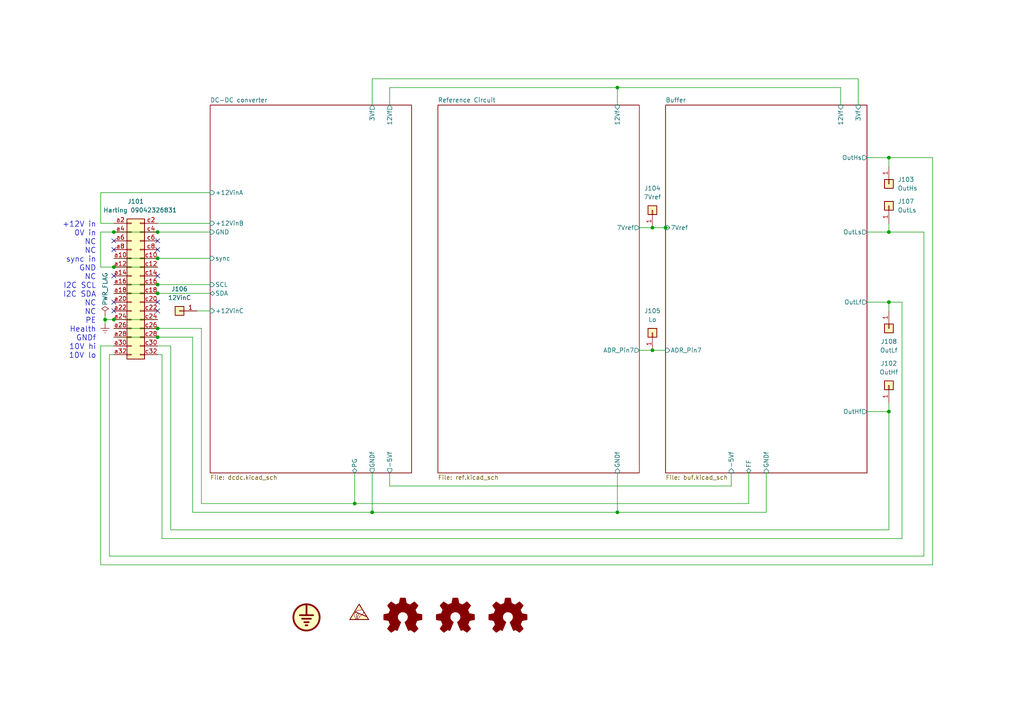
<source format=kicad_sch>
(kicad_sch (version 20211123) (generator eeschema)
  (paper "A4")
  (title_block (title "Parent schematic") (date "2022-12-26") (rev "0.9") (company "RPG") (comment 1 "All resistors 0.1% MF unless otherwise noted") (comment 2 "All capacitors X7R MLCC unless otherwise noted"))
  (lib_symbols
    (symbol "Connector:DIN41612_02x16_AC_EvenPins" (pin_names (offset 1.016) hide)
      (property "Reference" "J" (at 1.27 20.32 0))
      (property "Value" "DIN41612_02x16_AC_EvenPins" (at 1.27 -22.86 0))
      (symbol "DIN41612_02x16_AC_EvenPins_1_1"
        (rectangle (start -1.27 -20.193) (end 0 -20.447) (stroke (width 0.1524)))
        (rectangle (start -1.27 -17.653) (end 0 -17.907) (stroke (width 0.1524)))
        (rectangle (start -1.27 -15.113) (end 0 -15.367) (stroke (width 0.1524)))
        (rectangle (start -1.27 -12.573) (end 0 -12.827) (stroke (width 0.1524)))
        (rectangle (start -1.27 -10.033) (end 0 -10.287) (stroke (width 0.1524)))
        (rectangle (start -1.27 -7.493) (end 0 -7.747) (stroke (width 0.1524)))
        (rectangle (start -1.27 -4.953) (end 0 -5.207) (stroke (width 0.1524)))
        (rectangle (start -1.27 -2.413) (end 0 -2.667) (stroke (width 0.1524)))
        (rectangle (start -1.27 0.127) (end 0 -0.127) (stroke (width 0.1524)))
        (rectangle (start -1.27 2.667) (end 0 2.413) (stroke (width 0.1524)))
        (rectangle (start -1.27 5.207) (end 0 4.953) (stroke (width 0.1524)))
        (rectangle (start -1.27 7.747) (end 0 7.493) (stroke (width 0.1524)))
        (rectangle (start -1.27 10.287) (end 0 10.033) (stroke (width 0.1524)))
        (rectangle (start -1.27 12.827) (end 0 12.573) (stroke (width 0.1524)))
        (rectangle (start -1.27 15.367) (end 0 15.113) (stroke (width 0.1524)))
        (rectangle (start -1.27 17.907) (end 0 17.653) (stroke (width 0.1524)))
        (rectangle (start -1.27 19.05) (end 3.81 -21.59) (stroke (width 0.254)) (fill (type background)))
        (rectangle (start 3.81 -20.193) (end 2.54 -20.447) (stroke (width 0.1524)))
        (rectangle (start 3.81 -17.653) (end 2.54 -17.907) (stroke (width 0.1524)))
        (rectangle (start 3.81 -15.113) (end 2.54 -15.367) (stroke (width 0.1524)))
        (rectangle (start 3.81 -12.573) (end 2.54 -12.827) (stroke (width 0.1524)))
        (rectangle (start 3.81 -10.033) (end 2.54 -10.287) (stroke (width 0.1524)))
        (rectangle (start 3.81 -7.493) (end 2.54 -7.747) (stroke (width 0.1524)))
        (rectangle (start 3.81 -4.953) (end 2.54 -5.207) (stroke (width 0.1524)))
        (rectangle (start 3.81 -2.413) (end 2.54 -2.667) (stroke (width 0.1524)))
        (rectangle (start 3.81 0.127) (end 2.54 -0.127) (stroke (width 0.1524)))
        (rectangle (start 3.81 2.667) (end 2.54 2.413) (stroke (width 0.1524)))
        (rectangle (start 3.81 5.207) (end 2.54 4.953) (stroke (width 0.1524)))
        (rectangle (start 3.81 7.747) (end 2.54 7.493) (stroke (width 0.1524)))
        (rectangle (start 3.81 10.287) (end 2.54 10.033) (stroke (width 0.1524)))
        (rectangle (start 3.81 12.827) (end 2.54 12.573) (stroke (width 0.1524)))
        (rectangle (start 3.81 15.367) (end 2.54 15.113) (stroke (width 0.1524)))
        (rectangle (start 3.81 17.907) (end 2.54 17.653) (stroke (width 0.1524)))
        (pin passive line (at -5.08 7.62 0) (length 3.81) (name "Pin_a10") (number "a10"))
        (pin passive line (at -5.08 5.08 0) (length 3.81) (name "Pin_a12") (number "a12"))
        (pin passive line (at -5.08 2.54 0) (length 3.81) (name "Pin_a14") (number "a14"))
        (pin passive line (at -5.08 0 0) (length 3.81) (name "Pin_a16") (number "a16"))
        (pin passive line (at -5.08 -2.54 0) (length 3.81) (name "Pin_a18") (number "a18"))
        (pin passive line (at -5.08 17.78 0) (length 3.81) (name "Pin_a2") (number "a2"))
        (pin passive line (at -5.08 -5.08 0) (length 3.81) (name "Pin_a20") (number "a20"))
        (pin passive line (at -5.08 -7.62 0) (length 3.81) (name "Pin_a22") (number "a22"))
        (pin passive line (at -5.08 -10.16 0) (length 3.81) (name "Pin_a24") (number "a24"))
        (pin passive line (at -5.08 -12.7 0) (length 3.81) (name "Pin_a26") (number "a26"))
        (pin passive line (at -5.08 -15.24 0) (length 3.81) (name "Pin_a28") (number "a28"))
        (pin passive line (at -5.08 -17.78 0) (length 3.81) (name "Pin_a30") (number "a30"))
        (pin passive line (at -5.08 -20.32 0) (length 3.81) (name "Pin_a32") (number "a32"))
        (pin passive line (at -5.08 15.24 0) (length 3.81) (name "Pin_a4") (number "a4"))
        (pin passive line (at -5.08 12.7 0) (length 3.81) (name "Pin_a6") (number "a6"))
        (pin passive line (at -5.08 10.16 0) (length 3.81) (name "Pin_a8") (number "a8"))
        (pin passive line (at 7.62 7.62 180) (length 3.81) (name "Pin_c10") (number "c10"))
        (pin passive line (at 7.62 5.08 180) (length 3.81) (name "Pin_c12") (number "c12"))
        (pin passive line (at 7.62 2.54 180) (length 3.81) (name "Pin_c14") (number "c14"))
        (pin passive line (at 7.62 0 180) (length 3.81) (name "Pin_c16") (number "c16"))
        (pin passive line (at 7.62 -2.54 180) (length 3.81) (name "Pin_c18") (number "c18"))
        (pin passive line (at 7.62 17.78 180) (length 3.81) (name "Pin_c2") (number "c2"))
        (pin passive line (at 7.62 -5.08 180) (length 3.81) (name "Pin_c20") (number "c20"))
        (pin passive line (at 7.62 -7.62 180) (length 3.81) (name "Pin_c22") (number "c22"))
        (pin passive line (at 7.62 -10.16 180) (length 3.81) (name "Pin_c24") (number "c24"))
        (pin passive line (at 7.62 -12.7 180) (length 3.81) (name "Pin_c26") (number "c26"))
        (pin passive line (at 7.62 -15.24 180) (length 3.81) (name "Pin_c28") (number "c28"))
        (pin passive line (at 7.62 -17.78 180) (length 3.81) (name "Pin_c30") (number "c30"))
        (pin passive line (at 7.62 -20.32 180) (length 3.81) (name "Pin_c32") (number "c32"))
        (pin passive line (at 7.62 15.24 180) (length 3.81) (name "Pin_c4") (number "c4"))
        (pin passive line (at 7.62 12.7 180) (length 3.81) (name "Pin_c6") (number "c6"))
        (pin passive line (at 7.62 10.16 180) (length 3.81) (name "Pin_c8") (number "c8"))
      )
    )
    (symbol "Connector_Generic:Conn_01x01" (pin_names (offset 1.016) hide)
      (property "Reference" "J" (at 0 2.54 0))
      (property "Value" "Conn_01x01" (at 0 -2.54 0))
      (symbol "Conn_01x01_1_1"
        (rectangle (start -1.27 0.127) (end 0 -0.127) (stroke (width 0.1524)))
        (rectangle (start -1.27 1.27) (end 1.27 -1.27) (stroke (width 0.254)) (fill (type background)))
        (pin passive line (at -5.08 0 0) (length 3.81) (name "Pin_1") (number "1"))
      )
    )
    (symbol "Graphic:Logo_Open_Hardware_Small" (pin_names (offset 1.016))
      (symbol "Logo_Open_Hardware_Small_0_1"
        (polyline (pts (xy 3.3528 -4.3434) (xy 3.302 -4.318) (xy 3.175 -4.2418) (xy 2.9972 -4.1148) (xy 2.7686 -3.9624) (xy 2.54 -3.81) (xy 2.3622 -3.7084) (xy 2.2352 -3.6068) (xy 2.1844 -3.5814) (xy 2.159 -3.6068) (xy 2.0574 -3.6576) (xy 1.905 -3.7338) (xy 1.8034 -3.7846) (xy 1.6764 -3.8354) (xy 1.6002 -3.8354) (xy 1.6002 -3.8354) (xy 1.5494 -3.7338) (xy 1.4732 -3.5306) (xy 1.3462 -3.302) (xy 1.2446 -3.0226) (xy 1.1176 -2.7178) (xy 0.9652 -2.413) (xy 0.8636 -2.1082) (xy 0.7366 -1.8288) (xy 0.6604 -1.6256) (xy 0.6096 -1.4732) (xy 0.5842 -1.397) (xy 0.5842 -1.397) (xy 0.6604 -1.3208) (xy 0.7874 -1.2446) (xy 1.0414 -1.016) (xy 1.2954 -0.6858) (xy 1.4478 -0.3302) (xy 1.524 0.0762) (xy 1.4732 0.4572) (xy 1.3208 0.8128) (xy 1.0668 1.143) (xy 0.762 1.3716) (xy 0.4064 1.524) (xy 0 1.5748) (xy -0.381 1.5494) (xy -0.7366 1.397) (xy -1.0668 1.143) (xy -1.2192 0.9906) (xy -1.397 0.6604) (xy -1.524 0.3048) (xy -1.524 0.2286) (xy -1.4986 -0.1778) (xy -1.397 -0.5334) (xy -1.1938 -0.8636) (xy -0.9144 -1.143) (xy -0.8636 -1.1684) (xy -0.7366 -1.27) (xy -0.635 -1.3462) (xy -0.5842 -1.397) (xy -1.0668 -2.5908) (xy -1.143 -2.794) (xy -1.2954 -3.1242) (xy -1.397 -3.4036) (xy -1.4986 -3.6322) (xy -1.5748 -3.7846) (xy -1.6002 -3.8354) (xy -1.6002 -3.8354) (xy -1.651 -3.8354) (xy -1.7272 -3.81) (xy -1.905 -3.7338) (xy -2.0066 -3.683) (xy -2.1336 -3.6068) (xy -2.2098 -3.5814) (xy -2.2606 -3.6068) (xy -2.3622 -3.683) (xy -2.54 -3.81) (xy -2.7686 -3.9624) (xy -2.9718 -4.0894) (xy -3.1496 -4.2164) (xy -3.302 -4.318) (xy -3.3528 -4.3434) (xy -3.3782 -4.3434) (xy -3.429 -4.318) (xy -3.5306 -4.2164) (xy -3.7084 -4.064) (xy -3.937 -3.8354) (xy -3.9624 -3.81) (xy -4.1656 -3.6068) (xy -4.318 -3.4544) (xy -4.4196 -3.3274) (xy -4.445 -3.2766) (xy -4.445 -3.2766) (xy -4.4196 -3.2258) (xy -4.318 -3.0734) (xy -4.2164 -2.8956) (xy -4.064 -2.667) (xy -3.6576 -2.0828) (xy -3.8862 -1.5494) (xy -3.937 -1.3716) (xy -4.0386 -1.1684) (xy -4.0894 -1.0414) (xy -4.1148 -0.9652) (xy -4.191 -0.9398) (xy -4.318 -0.9144) (xy -4.5466 -0.8636) (xy -4.8006 -0.8128) (xy -5.0546 -0.7874) (xy -5.2578 -0.7366) (xy -5.4356 -0.7112) (xy -5.5118 -0.6858) (xy -5.5118 -0.6858) (xy -5.5372 -0.635) (xy -5.5372 -0.5588) (xy -5.5372 -0.4318) (xy -5.5626 -0.2286) (xy -5.5626 0.0762) (xy -5.5626 0.127) (xy -5.5372 0.4064) (xy -5.5372 0.635) (xy -5.5372 0.762) (xy -5.5372 0.8382) (xy -5.5372 0.8382) (xy -5.461 0.8382) (xy -5.3086 0.889) (xy -5.08 0.9144) (xy -4.826 0.9652) (xy -4.8006 0.9906) (xy -4.5466 1.0414) (xy -4.318 1.0668) (xy -4.1656 1.1176) (xy -4.0894 1.143) (xy -4.0894 1.143) (xy -4.0386 1.2446) (xy -3.9624 1.4224) (xy -3.8608 1.6256) (xy -3.7846 1.8288) (xy -3.7084 2.0066) (xy -3.6576 2.159) (xy -3.6322 2.2098) (xy -3.6322 2.2098) (xy -3.683 2.286) (xy -3.7592 2.413) (xy -3.8862 2.5908) (xy -4.064 2.8194) (xy -4.064 2.8448) (xy -4.2164 3.0734) (xy -4.3434 3.2512) (xy -4.4196 3.3782) (xy -4.445 3.4544) (xy -4.445 3.4544) (xy -4.3942 3.5052) (xy -4.2926 3.6322) (xy -4.1148 3.81) (xy -3.937 4.0132) (xy -3.8608 4.064) (xy -3.6576 4.2926) (xy -3.5052 4.4196) (xy -3.4036 4.4958) (xy -3.3528 4.5212) (xy -3.3528 4.5212) (xy -3.302 4.4704) (xy -3.1496 4.3688) (xy -2.9718 4.2418) (xy -2.7432 4.0894) (xy -2.7178 4.0894) (xy -2.4892 3.937) (xy -2.3114 3.81) (xy -2.1844 3.7084) (xy -2.1336 3.683) (xy -2.1082 3.683) (xy -2.032 3.7084) (xy -1.8542 3.7592) (xy -1.6764 3.8354) (xy -1.4732 3.937) (xy -1.27 4.0132) (xy -1.143 4.064) (xy -1.0668 4.1148) (xy -1.0668 4.1148) (xy -1.0414 4.191) (xy -1.016 4.3434) (xy -0.9652 4.572) (xy -0.9144 4.8514) (xy -0.889 4.9022) (xy -0.8382 5.1562) (xy -0.8128 5.3848) (xy -0.7874 5.5372) (xy -0.762 5.588) (xy -0.7112 5.6134) (xy -0.5842 5.6134) (xy -0.4064 5.6134) (xy -0.1524 5.6134) (xy 0.0762 5.6134) (xy 0.3302 5.6134) (xy 0.5334 5.6134) (xy 0.6858 5.588) (xy 0.7366 5.588) (xy 0.7366 5.588) (xy 0.762 5.5118) (xy 0.8128 5.334) (xy 0.8382 5.1054) (xy 0.9144 4.826) (xy 0.9144 4.7752) (xy 0.9652 4.5212) (xy 1.016 4.2926) (xy 1.0414 4.1402) (xy 1.0668 4.0894) (xy 1.0668 4.0894) (xy 1.1938 4.0386) (xy 1.3716 3.9624) (xy 1.5748 3.8608) (xy 2.0828 3.6576) (xy 2.7178 4.0894) (xy 2.7686 4.1402) (xy 2.9972 4.2926) (xy 3.175 4.4196) (xy 3.302 4.4958) (xy 3.3782 4.5212) (xy 3.3782 4.5212) (xy 3.429 4.4704) (xy 3.556 4.3434) (xy 3.7338 4.191) (xy 3.9116 3.9878) (xy 4.064 3.8354) (xy 4.2418 3.6576) (xy 4.3434 3.556) (xy 4.4196 3.4798) (xy 4.4196 3.429) (xy 4.4196 3.4036) (xy 4.3942 3.3274) (xy 4.2926 3.2004) (xy 4.1656 2.9972) (xy 4.0132 2.794) (xy 3.8862 2.5908) (xy 3.7592 2.3876) (xy 3.6576 2.2352) (xy 3.6322 2.159) (xy 3.6322 2.1336) (xy 3.683 2.0066) (xy 3.7592 1.8288) (xy 3.8608 1.6002) (xy 4.064 1.1176) (xy 4.3942 1.0414) (xy 4.5974 1.016) (xy 4.8768 0.9652) (xy 5.1308 0.9144) (xy 5.5372 0.8382) (xy 5.5626 -0.6604) (xy 5.4864 -0.6858) (xy 5.4356 -0.6858) (xy 5.2832 -0.7366) (xy 5.0546 -0.762) (xy 4.8006 -0.8128) (xy 4.5974 -0.8636) (xy 4.3688 -0.9144) (xy 4.2164 -0.9398) (xy 4.1402 -0.9398) (xy 4.1148 -0.9652) (xy 4.064 -1.0668) (xy 3.9878 -1.2446) (xy 3.9116 -1.4478) (xy 3.81 -1.651) (xy 3.7338 -1.8542) (xy 3.683 -2.0066) (xy 3.6576 -2.0828) (xy 3.683 -2.1336) (xy 3.7846 -2.2606) (xy 3.8862 -2.4638) (xy 4.0386 -2.667) (xy 4.191 -2.8956) (xy 4.318 -3.0734) (xy 4.3942 -3.2004) (xy 4.445 -3.2766) (xy 4.4196 -3.3274) (xy 4.3434 -3.429) (xy 4.1656 -3.5814) (xy 3.937 -3.8354) (xy 3.8862 -3.8608) (xy 3.683 -4.064) (xy 3.5306 -4.2164) (xy 3.4036 -4.318) (xy 3.3528 -4.3434)) (fill (type outline)))
      )
    )
    (symbol "Graphic:SYM_ESD_Small" (pin_names (offset 1.016))
      (symbol "SYM_ESD_Small_0_0"
        (polyline (pts (xy -1.27 0.381) (xy 2.159 -1.016)) (stroke (width 0.254)))
        (polyline (pts (xy -2.667 -1.905) (xy 2.794 -1.905) (xy 0 2.54) (xy -2.667 -1.905)) (stroke (width 0.254)))
        (polyline (pts (xy 2.7432 -1.905) (xy 2.7178 -1.8796) (xy 2.6162 -1.6764) (xy 2.5654 -1.6002) (xy 2.4892 -1.4986) (xy 2.4384 -1.3716) (xy 1.7526 -0.2286) (xy 1.7018 -0.127) (xy 1.6256 -0.0508) (xy 1.6002 0.0508) (xy 1.5494 0.1016) (xy 1.4986 0.2032) (xy 1.4732 0.2286) (xy 1.4732 0.2032) (xy 1.4478 0.2032) (xy 1.3208 0.0762) (xy 1.2954 0.0254) (xy 1.2954 -0.0254) (xy 1.27 -0.0762) (xy 1.2446 -0.1524) (xy 1.143 -0.254) (xy 1.0922 -0.3302) (xy 1.0414 -0.3556) (xy 0.9144 -0.4826) (xy 0.762 -0.5842) (xy 0.6604 -0.6604) (xy 0.508 -0.762) (xy 0.4572 -0.8128) (xy 0.3556 -0.8636) (xy 0.3048 -0.9144) (xy 0.2286 -0.9652) (xy 0.0762 -1.1938) (xy 0.0254 -1.2954) (xy -0.0254 -1.4224) (xy -0.0508 -1.4986) (xy -0.1016 -1.5748) (xy -0.127 -1.651) (xy -0.1778 -1.6764) (xy -0.2032 -1.7272) (xy -0.254 -1.7526) (xy -0.4064 -1.7526) (xy -0.4064 -1.7272) (xy -0.4572 -1.7018) (xy -0.4826 -1.6256) (xy -0.508 -1.524) (xy -0.508 -1.0922) (xy -0.4572 -0.889) (xy -0.4064 -0.8128) (xy -0.254 -0.6604) (xy -0.2032 -0.5842) (xy -0.127 -0.5334) (xy -0.1016 -0.4826) (xy -0.0762 -0.4064) (xy -0.0508 -0.3556) (xy -0.0254 -0.3302) (xy -0.0254 -0.2794) (xy 0 -0.2286) (xy -0.0762 -0.1524) (xy -0.127 -0.127) (xy -0.1524 -0.0762) (xy -0.2032 -0.0508) (xy -0.2286 -0.0254) (xy -0.254 -0.0254) (xy -0.3048 -0.0762) (xy -0.3556 -0.1016) (xy -0.4318 -0.127) (xy -0.4826 -0.1524) (xy -0.5588 -0.2286) (xy -0.6096 -0.254) (xy -0.8382 -0.4826) (xy -0.8128 -0.5588) (xy -0.7874 -0.5842) (xy -0.7874 -0.8636) (xy -0.8128 -0.889) (xy -0.8128 -0.9652) (xy -0.762 -1.016) (xy -0.762 -1.0414) (xy -0.6604 -1.2954) (xy -0.6604 -1.5748) (xy -0.6858 -1.6002) (xy -0.6858 -1.6256) (xy -0.7366 -1.7018) (xy -0.8382 -1.7526) (xy -0.9144 -1.7526) (xy -0.9398 -1.7272) (xy -0.9652 -1.6764) (xy -1.016 -1.6002) (xy -1.0414 -1.524) (xy -1.143 -1.27) (xy -1.2192 -1.0414) (xy -1.27 -0.9652) (xy -1.2954 -0.889) (xy -1.3208 -0.8382) (xy -1.3208 -0.8128) (xy -1.3716 -0.7112) (xy -1.397 -0.5842) (xy -1.397 -0.4826) (xy -1.3716 -0.381) (xy -1.3208 -0.254) (xy -1.2954 -0.2032) (xy -1.1938 -0.0508) (xy -1.0414 0.1524) (xy -0.9906 0.2032) (xy -0.9652 0.254) (xy -0.9144 0.3302) (xy -0.889 0.381) (xy -0.8636 0.381) (xy -0.8128 0.508) (xy -0.6096 0.7112) (xy -0.5334 0.7366) (xy -0.508 0.762) (xy -0.4318 0.762) (xy -0.3556 0.7874) (xy -0.2286 0.8128) (xy -0.1016 0.8128) (xy 0.0508 0.8382) (xy 0.2032 0.8382) (xy 0.3048 0.8636) (xy 0.4826 0.8636) (xy 0.5334 0.889) (xy 0.5842 0.889) (xy 0.6858 0.9398) (xy 0.7112 0.9652) (xy 0.762 0.9906) (xy 0.8128 1.0414) (xy 0.8636 1.0668) (xy 0.889 1.1176) (xy 0.9144 1.143) (xy 0.9144 1.1938) (xy 0.889 1.2192) (xy 0.8636 1.27) (xy 0.8128 1.3462) (xy 0.7112 1.5494) (xy 0.635 1.651) (xy 0.5842 1.7526) (xy 0.508 1.8796) (xy 0.4572 1.9558) (xy 0.381 2.0828) (xy 0.3048 2.1844) (xy 0.254 2.286) (xy 0.2032 2.3622) (xy 0.1778 2.4384) (xy 0.1016 2.5146) (xy 0.1016 2.54) (xy 0.0762 2.5654) (xy 0.0762 2.5908) (xy 0.0254 2.5908) (xy 0.0254 2.5654) (xy -0.0254 2.5146) (xy -0.1016 2.3622) (xy -0.254 2.1336) (xy -0.3048 2.032) (xy -0.4572 1.778) (xy -0.5588 1.6256) (xy -0.762 1.27) (xy -0.889 1.0668) (xy -1.016 0.8382) (xy -1.1684 0.6096) (xy -1.3208 0.3302) (xy -1.397 0.2032) (xy -1.524 -0.0254) (xy -1.778 -0.4318) (xy -1.8796 -0.635) (xy -2.0066 -0.8128) (xy -2.1082 -0.9906) (xy -2.2098 -1.143) (xy -2.286 -1.2954) (xy -2.4384 -1.5494) (xy -2.4892 -1.651) (xy -2.5654 -1.7526) (xy -2.5908 -1.8288) (xy -2.6162 -1.8796) (xy -2.6416 -1.905) (xy -2.6416 -1.9304) (xy 2.7432 -1.9304) (xy 2.7432 -1.905)) (stroke (width 0.127)) (fill (type background)))
      )
    )
    (symbol "Graphic:SYM_Earth_Protective_Large" (pin_names (offset 0))
      (symbol "SYM_Earth_Protective_Large_0_1"
        (polyline (pts (xy -1.27 -0.381) (xy 1.27 -0.381)) (stroke (width 0.508)))
        (polyline (pts (xy -0.254 -2.286) (xy 0.254 -2.286)) (stroke (width 0.508)))
        (polyline (pts (xy 0 0.635) (xy 0 3.81)) (stroke (width 0.508)))
        (polyline (pts (xy 1.905 0.635) (xy -1.905 0.635)) (stroke (width 0.508)))
        (polyline (pts (xy 0.635 -1.397) (xy -0.635 -1.397) (xy 0.635 -1.397)) (stroke (width 0.508)))
        (circle (center 0 0) (radius 3.81) (stroke (width 0.508)) (fill (type background)))
      )
    )
    (symbol "power:Earth" (power) (pin_names (offset 0))
      (symbol "Earth_0_1"
        (polyline (pts (xy -0.635 -1.905) (xy 0.635 -1.905)))
        (polyline (pts (xy -0.127 -2.54) (xy 0.127 -2.54)))
        (polyline (pts (xy 0 -1.27) (xy 0 0)))
        (polyline (pts (xy 1.27 -1.27) (xy -1.27 -1.27)))
      )
      (symbol "Earth_1_1"
        (pin power_in line (at 0 0 270) (length 0) hide (name "Earth") (number "1"))
      )
    )
    (symbol "power:PWR_FLAG" (power) (pin_numbers hide) (pin_names (offset 0) hide)
      (property "Value" "PWR_FLAG" (at 0 3.81 0))
      (symbol "PWR_FLAG_0_0"
        (pin power_out line (at 0 0 90) (length 0) (name "pwr") (number "1"))
      )
      (symbol "PWR_FLAG_0_1"
        (polyline (pts (xy 0 0) (xy 0 1.27) (xy -1.016 1.905) (xy 0 2.54) (xy 1.016 1.905) (xy 0 1.27)))
      )
    )
  )
  (junction (at 189.23 101.6))
  (junction (at 179.07 25.4))
  (junction (at 189.23 66.04))
  (junction (at 45.72 97.79))
  (junction (at 257.81 45.72))
  (junction (at 107.95 148.59))
  (junction (at 45.72 95.25))
  (junction (at 179.07 148.59))
  (junction (at 33.02 92.71))
  (junction (at 45.72 67.31))
  (junction (at 257.81 119.38))
  (junction (at 257.81 87.63))
  (junction (at 45.72 82.55))
  (junction (at 30.48 92.71))
  (junction (at 102.87 146.05))
  (junction (at 33.02 67.31))
  (junction (at 45.72 74.93))
  (junction (at 257.81 67.31))
  (junction (at 193.04 66.04))
  (junction (at 45.72 85.09))
  (junction (at 33.02 77.47))
  (no_connect (at 45.72 90.17))
  (no_connect (at 45.72 69.85))
  (no_connect (at 45.72 87.63))
  (no_connect (at 33.02 87.63))
  (no_connect (at 33.02 80.01))
  (no_connect (at 33.02 72.39))
  (no_connect (at 33.02 69.85))
  (no_connect (at 33.02 90.17))
  (no_connect (at 45.72 80.01))
  (no_connect (at 45.72 72.39))
  (wire (pts (xy 49.53 153.67) (xy 257.81 153.67)))
  (wire (pts (xy 31.75 161.29) (xy 267.97 161.29)))
  (wire (pts (xy 30.48 92.71) (xy 33.02 92.71)))
  (wire (pts (xy 29.21 100.33) (xy 33.02 100.33)))
  (wire (pts (xy 29.21 64.77) (xy 33.02 64.77)))
  (wire (pts (xy 212.09 140.97) (xy 212.09 137.16)))
  (wire (pts (xy 46.99 102.87) (xy 45.72 102.87)))
  (wire (pts (xy 29.21 67.31) (xy 29.21 77.47)))
  (wire (pts (xy 102.87 137.16) (xy 102.87 146.05)))
  (wire (pts (xy 257.81 67.31) (xy 251.46 67.31)))
  (wire (pts (xy 113.03 137.16) (xy 113.03 140.97)))
  (wire (pts (xy 31.75 102.87) (xy 31.75 161.29)))
  (wire (pts (xy 33.02 95.25) (xy 45.72 95.25)))
  (wire (pts (xy 270.51 163.83) (xy 270.51 45.72)))
  (wire (pts (xy 107.95 137.16) (xy 107.95 148.59)))
  (wire (pts (xy 55.88 148.59) (xy 107.95 148.59)))
  (wire (pts (xy 257.81 116.84) (xy 257.81 119.38)))
  (wire (pts (xy 251.46 45.72) (xy 257.81 45.72)))
  (wire (pts (xy 185.42 101.6) (xy 189.23 101.6)))
  (wire (pts (xy 33.02 85.09) (xy 45.72 85.09)))
  (wire (pts (xy 33.02 67.31) (xy 29.21 67.31)))
  (wire (pts (xy 60.96 55.88) (xy 29.21 55.88)))
  (wire (pts (xy 113.03 30.48) (xy 113.03 25.4)))
  (wire (pts (xy 45.72 67.31) (xy 60.96 67.31)))
  (wire (pts (xy 257.81 119.38) (xy 257.81 153.67)))
  (wire (pts (xy 29.21 163.83) (xy 270.51 163.83)))
  (wire (pts (xy 55.88 148.59) (xy 55.88 97.79)))
  (wire (pts (xy 33.02 77.47) (xy 45.72 77.47)))
  (wire (pts (xy 102.87 146.05) (xy 217.17 146.05)))
  (wire (pts (xy 30.48 91.44) (xy 30.48 92.71)))
  (wire (pts (xy 33.02 67.31) (xy 45.72 67.31)))
  (wire (pts (xy 257.81 64.77) (xy 257.81 67.31)))
  (wire (pts (xy 57.15 90.17) (xy 60.96 90.17)))
  (wire (pts (xy 29.21 55.88) (xy 29.21 64.77)))
  (wire (pts (xy 257.81 45.72) (xy 257.81 48.26)))
  (wire (pts (xy 46.99 102.87) (xy 46.99 156.21)))
  (wire (pts (xy 261.62 87.63) (xy 261.62 156.21)))
  (wire (pts (xy 243.84 25.4) (xy 243.84 30.48)))
  (wire (pts (xy 248.92 30.48) (xy 248.92 22.86)))
  (wire (pts (xy 193.04 66.04) (xy 194.31 66.04)))
  (wire (pts (xy 257.81 87.63) (xy 251.46 87.63)))
  (wire (pts (xy 33.02 82.55) (xy 45.72 82.55)))
  (wire (pts (xy 270.51 45.72) (xy 257.81 45.72)))
  (wire (pts (xy 107.95 22.86) (xy 107.95 30.48)))
  (wire (pts (xy 189.23 101.6) (xy 193.04 101.6)))
  (wire (pts (xy 113.03 25.4) (xy 179.07 25.4)))
  (wire (pts (xy 29.21 77.47) (xy 33.02 77.47)))
  (wire (pts (xy 179.07 137.16) (xy 179.07 148.59)))
  (wire (pts (xy 248.92 22.86) (xy 107.95 22.86)))
  (wire (pts (xy 189.23 66.04) (xy 193.04 66.04)))
  (wire (pts (xy 45.72 92.71) (xy 33.02 92.71)))
  (wire (pts (xy 267.97 161.29) (xy 267.97 67.31)))
  (wire (pts (xy 261.62 87.63) (xy 257.81 87.63)))
  (wire (pts (xy 45.72 82.55) (xy 60.96 82.55)))
  (wire (pts (xy 55.88 97.79) (xy 45.72 97.79)))
  (wire (pts (xy 185.42 66.04) (xy 189.23 66.04)))
  (wire (pts (xy 31.75 102.87) (xy 33.02 102.87)))
  (wire (pts (xy 45.72 97.79) (xy 33.02 97.79)))
  (wire (pts (xy 46.99 156.21) (xy 261.62 156.21)))
  (wire (pts (xy 30.48 93.98) (xy 30.48 92.71)))
  (wire (pts (xy 179.07 148.59) (xy 222.25 148.59)))
  (wire (pts (xy 222.25 148.59) (xy 222.25 137.16)))
  (wire (pts (xy 45.72 64.77) (xy 60.96 64.77)))
  (wire (pts (xy 179.07 25.4) (xy 243.84 25.4)))
  (wire (pts (xy 179.07 30.48) (xy 179.07 25.4)))
  (wire (pts (xy 267.97 67.31) (xy 257.81 67.31)))
  (wire (pts (xy 33.02 74.93) (xy 45.72 74.93)))
  (wire (pts (xy 58.42 146.05) (xy 58.42 95.25)))
  (wire (pts (xy 58.42 146.05) (xy 102.87 146.05)))
  (wire (pts (xy 113.03 140.97) (xy 212.09 140.97)))
  (wire (pts (xy 257.81 90.17) (xy 257.81 87.63)))
  (wire (pts (xy 49.53 100.33) (xy 49.53 153.67)))
  (wire (pts (xy 217.17 146.05) (xy 217.17 137.16)))
  (wire (pts (xy 29.21 100.33) (xy 29.21 163.83)))
  (wire (pts (xy 58.42 95.25) (xy 45.72 95.25)))
  (wire (pts (xy 45.72 100.33) (xy 49.53 100.33)))
  (wire (pts (xy 45.72 85.09) (xy 60.96 85.09)))
  (wire (pts (xy 107.95 148.59) (xy 179.07 148.59)))
  (wire (pts (xy 45.72 74.93) (xy 60.96 74.93)))
  (wire (pts (xy 251.46 119.38) (xy 257.81 119.38)))
  (text "+12V in\n0V in\nNC\nNC\nsync in\nGND\nNC\nI2C SCL\nI2C SDA\nNC\nNC\nPE\nHealth\nGNDf\n10V hi\n10V lo" (at 27.94 104.14 0) (effects (font (size 1.5748 1.5748)) (justify right bottom)))
  (symbol (lib_id "Connector_Generic:Conn_01x01") (at 189.23 60.96 270) (mirror x) (unit 1) (in_bom no)
    (property "Reference" "J104" (at 189.23 54.61 90))
    (property "Value" "7Vref" (at 189.23 57.15 90))
    (property "Footprint" "Connector_Wire:SolderWire-1sqmm_1x01_D1.4mm_OD3.9mm" (effects hide))
  )
  (symbol (lib_id "Connector_Generic:Conn_01x01") (at 189.23 96.52 270) (mirror x) (unit 1) (in_bom no)
    (property "Reference" "J105" (at 189.23 90.17 90))
    (property "Value" "Lo" (at 189.23 92.71 90))
    (property "Footprint" "Connector_Wire:SolderWire-1sqmm_1x01_D1.4mm_OD3.9mm" (effects hide))
  )
  (symbol (lib_id "Connector_Generic:Conn_01x01") (at 257.81 95.25 90) (mirror x) (unit 1) (in_bom no)
    (property "Reference" "J108" (at 257.81 99.06 90))
    (property "Value" "OutLf" (at 257.81 101.6 90))
    (property "Footprint" "Connector_Wire:SolderWire-1sqmm_1x01_D1.4mm_OD2.7mm" (effects hide))
  )
  (symbol (lib_id "Connector_Generic:Conn_01x01") (at 52.07 90.17 0) (mirror y) (unit 1) (in_bom no)
    (property "Reference" "J106" (at 52.07 83.82 0))
    (property "Value" "12VinC" (at 52.07 86.36 0))
    (property "Footprint" "Connector_Wire:SolderWire-1sqmm_1x01_D1.4mm_OD2.7mm" (effects hide))
  )
  (symbol (lib_id "Connector_Generic:Conn_01x01") (at 257.81 53.34 90) (mirror x) (unit 1) (in_bom no)
    (property "Reference" "J103" (at 260.35 52.0699 90) (effects (justify right)))
    (property "Value" "OutHs" (at 260.35 54.6099 90) (effects (justify right)))
    (property "Footprint" "Connector_Wire:SolderWire-1sqmm_1x01_D1.4mm_OD2.7mm" (effects hide))
  )
  (symbol (lib_id "Graphic:Logo_Open_Hardware_Small") (at 132.08 179.07 0) (unit 1) (in_bom no)
    (property "Reference" "SYM104" (effects hide))
    (property "Value" "Logo_Open_Hardware_Small" (effects hide))
    (property "Footprint" "Symbol:KiCad-Logo2_6mm_SilkScreen" (effects hide))
  )
  (symbol (lib_id "power:Earth") (at 30.48 93.98 0) (unit 1)
    (property "Reference" "#PWR0101" (effects hide))
    (property "Value" "Earth" (effects hide))
  )
  (symbol (lib_id "power:PWR_FLAG") (at 30.48 91.44 0) (unit 1)
    (property "Reference" "#FLG0101" (effects hide))
    (property "Value" "PWR_FLAG" (at 30.48 83.82 90))
  )
  (symbol (lib_id "Graphic:SYM_ESD_Small") (at 104.14 177.8 0) (unit 1) (in_bom no)
    (property "Reference" "SYM102" (effects hide))
    (property "Value" "SYM_ESD_Small" (effects hide))
    (property "Footprint" "Symbol:ESD-Logo_8.9x8mm_SilkScreen" (effects hide))
  )
  (symbol (lib_id "Graphic:Logo_Open_Hardware_Small") (at 116.84 179.07 0) (unit 1) (in_bom no)
    (property "Reference" "SYM103" (effects hide))
    (property "Value" "Logo_Open_Hardware_Small" (effects hide))
    (property "Footprint" "Symbol:OSHW-Logo2_9.8x8mm_SilkScreen" (effects hide))
  )
  (symbol (lib_id "Connector_Generic:Conn_01x01") (at 257.81 111.76 270) (mirror x) (unit 1) (in_bom no)
    (property "Reference" "J102" (at 257.81 105.41 90))
    (property "Value" "OutHf" (at 257.81 107.95 90))
    (property "Footprint" "Connector_Wire:SolderWire-1sqmm_1x01_D1.4mm_OD2.7mm" (effects hide))
  )
  (symbol (lib_id "Graphic:SYM_Earth_Protective_Large") (at 88.9 179.07 0) (unit 1) (in_bom no)
    (property "Reference" "SYM101" (effects hide))
    (property "Value" "OSMU" (effects hide))
    (property "Footprint" "ADRmu_Library:osmu_logo" (effects hide))
  )
  (symbol (lib_id "Connector_Generic:Conn_01x01") (at 257.81 59.69 270) (mirror x) (unit 1) (in_bom no)
    (property "Reference" "J107" (at 260.35 58.4199 90) (effects (justify left)))
    (property "Value" "OutLs" (at 260.35 60.9599 90) (effects (justify left)))
    (property "Footprint" "Connector_Wire:SolderWire-1sqmm_1x01_D1.4mm_OD2.7mm" (effects hide))
  )
  (symbol (lib_id "Connector:DIN41612_02x16_AC_EvenPins") (at 38.1 82.55 0) (unit 1)
    (property "Reference" "J101" (at 39.37 58.42 0))
    (property "Value" "Harting 09042326831" (at 40.64 60.96 0))
    (property "Footprint" "Connector_DIN:DIN41612_D_2x16_Male_Horizontal_THT" (effects hide))
  )
  (symbol (lib_id "Graphic:Logo_Open_Hardware_Small") (at 147.32 179.07 0) (unit 1) (in_bom no)
    (property "Reference" "SYM105" (effects hide))
    (property "Value" "Logo_Open_Hardware_Small" (effects hide))
    (property "Footprint" "ADRmu_Library:moin_logo" (effects hide))
  )
  (sheet (at 193.04 30.48) (size 58.42 106.68) (stroke (width 0.1524))
    (property "Sheet name" "Buffer" (at 193.04 29.7684 0) (effects (justify left bottom)))
    (property "Sheet file" "buf.kicad_sch" (at 193.04 137.7446 0) (effects (justify left top)))
    (pin "7Vref" input (at 193.04 66.04 180))
    (pin "ADR_Pin7" input (at 193.04 101.6 180))
    (pin "FF" bidirectional (at 217.17 137.16 270))
    (pin "3Vf" input (at 248.92 30.48 90))
    (pin "OutLf" output (at 251.46 87.63 0))
    (pin "OutLs" output (at 251.46 67.31 0))
    (pin "OutHf" output (at 251.46 119.38 0))
    (pin "OutHs" output (at 251.46 45.72 0))
    (pin "GNDf" input (at 222.25 137.16 270))
    (pin "12Vf" input (at 243.84 30.48 90))
    (pin "-5Vf" input (at 212.09 137.16 270))
  )
  (sheet (at 127 30.48) (size 58.42 106.68) (stroke (width 0.1524))
    (property "Sheet name" "Reference Circuit" (at 127 29.7684 0) (effects (justify left bottom)))
    (property "Sheet file" "ref.kicad_sch" (at 127 137.7446 0) (effects (justify left top)))
    (pin "7Vref" output (at 185.42 66.04 0))
    (pin "ADR_Pin7" output (at 185.42 101.6 0))
    (pin "GNDf" input (at 179.07 137.16 270))
    (pin "12Vf" input (at 179.07 30.48 90))
  )
  (sheet (at 60.96 30.48) (size 58.42 106.68) (stroke (width 0.1524))
    (property "Sheet name" "DC-DC converter" (at 60.96 29.7684 0) (effects (justify left bottom)))
    (property "Sheet file" "dcdc.kicad_sch" (at 60.96 137.7446 0) (effects (justify left top)))
    (pin "SCL" input (at 60.96 82.55 180))
    (pin "SDA" bidirectional (at 60.96 85.09 180))
    (pin "sync" input (at 60.96 74.93 180))
    (pin "12Vf" output (at 113.03 30.48 90))
    (pin "GND" input (at 60.96 67.31 180))
    (pin "+12VinB" input (at 60.96 64.77 180))
    (pin "+12VinA" input (at 60.96 55.88 180))
    (pin "+12VinC" input (at 60.96 90.17 180))
    (pin "PG" bidirectional (at 102.87 137.16 270))
    (pin "GNDf" output (at 107.95 137.16 270))
    (pin "3Vf" output (at 107.95 30.48 90))
    (pin "-5Vf" output (at 113.03 137.16 270))
  )
)
</source>
